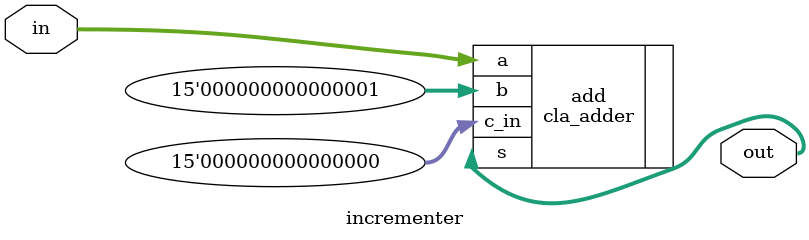
<source format=v>
`timescale 1ns / 1ps


module incrementer(
    input [15:0]in,
    output [15:0]out
    );
    
    cla_adder add(
        .a(in),
        .b(15'b1),
        .c_in(15'b0),
        .s(out)
    );
    
endmodule

</source>
